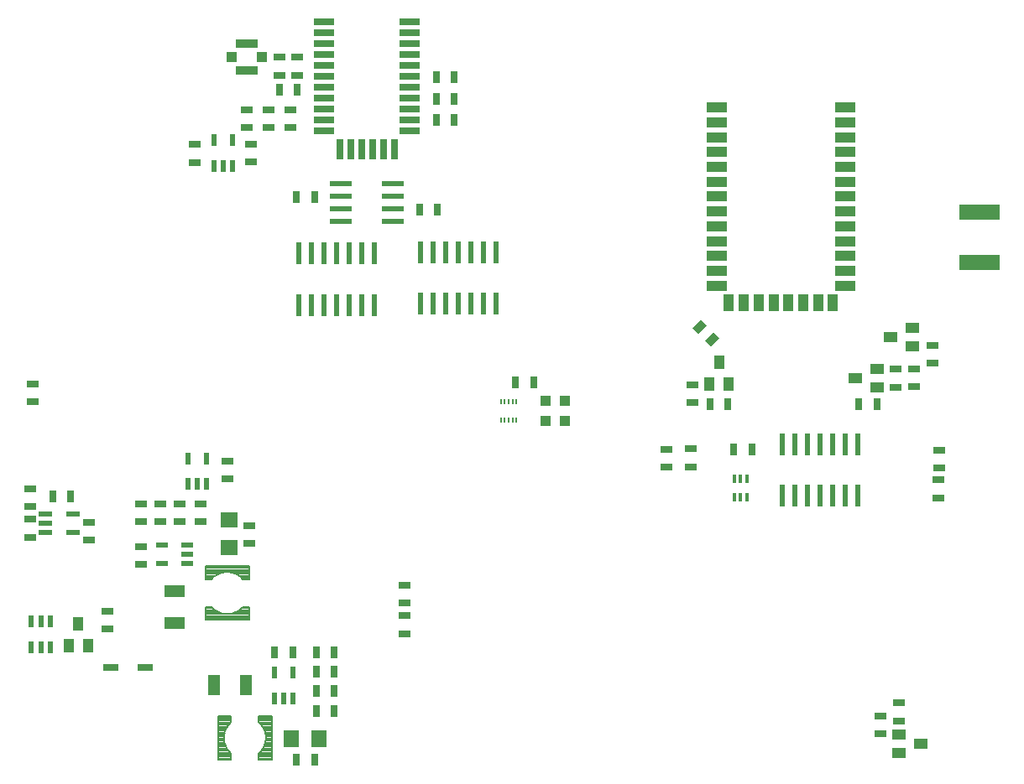
<source format=gtp>
G75*
%MOIN*%
%OFA0B0*%
%FSLAX25Y25*%
%IPPOS*%
%LPD*%
%AMOC8*
5,1,8,0,0,1.08239X$1,22.5*
%
%ADD10R,0.05200X0.02200*%
%ADD11R,0.04724X0.03150*%
%ADD12R,0.03150X0.04724*%
%ADD13R,0.02165X0.04724*%
%ADD14R,0.06299X0.03150*%
%ADD15R,0.03937X0.05512*%
%ADD16R,0.07874X0.02756*%
%ADD17R,0.02756X0.07874*%
%ADD18R,0.08700X0.02400*%
%ADD19R,0.08661X0.03346*%
%ADD20R,0.04134X0.03937*%
%ADD21R,0.02362X0.08661*%
%ADD22R,0.05512X0.03937*%
%ADD23R,0.01600X0.03300*%
%ADD24R,0.16000X0.06000*%
%ADD25R,0.07874X0.03937*%
%ADD26R,0.03937X0.07087*%
%ADD27R,0.03937X0.03937*%
%ADD28R,0.00886X0.02362*%
%ADD29R,0.04803X0.02441*%
%ADD30C,0.00800*%
%ADD31R,0.07874X0.04724*%
%ADD32R,0.07087X0.06299*%
%ADD33R,0.02441X0.04803*%
%ADD34R,0.04724X0.07874*%
%ADD35R,0.06299X0.07087*%
D10*
X0031699Y0132574D03*
X0031699Y0128874D03*
X0031699Y0125174D03*
X0042499Y0125174D03*
X0042499Y0132574D03*
D11*
X0025711Y0130288D03*
X0025711Y0123202D03*
X0048845Y0122129D03*
X0048845Y0129216D03*
X0025711Y0135258D03*
X0025711Y0142345D03*
X0056420Y0086656D03*
X0056420Y0093742D03*
X0111668Y0285993D03*
X0111668Y0293080D03*
X0113309Y0272266D03*
X0113309Y0279353D03*
X0124727Y0306912D03*
X0124727Y0313998D03*
X0131813Y0306912D03*
X0131813Y0313998D03*
X0129057Y0286046D03*
X0129057Y0293132D03*
X0120396Y0286046D03*
X0120396Y0293132D03*
X0091069Y0272180D03*
X0091069Y0279267D03*
X0369215Y0182896D03*
X0369215Y0189983D03*
X0288760Y0176788D03*
X0288760Y0183875D03*
X0386603Y0157870D03*
X0386603Y0150784D03*
X0287938Y0158263D03*
X0287938Y0151176D03*
X0278263Y0158112D03*
X0278263Y0151025D03*
X0386431Y0138855D03*
X0386431Y0145942D03*
X0383941Y0199370D03*
X0383941Y0192284D03*
X0376821Y0190025D03*
X0376821Y0182938D03*
X0174333Y0097069D03*
X0174333Y0104156D03*
X0174333Y0091951D03*
X0174333Y0084865D03*
X0370790Y0057306D03*
X0370790Y0050219D03*
X0363309Y0045101D03*
X0363309Y0052187D03*
X0026589Y0184120D03*
X0026589Y0177033D03*
X0069609Y0129353D03*
X0069609Y0136439D03*
X0084963Y0136439D03*
X0084963Y0129353D03*
X0112522Y0127778D03*
X0112522Y0120691D03*
X0069609Y0112424D03*
X0069609Y0119510D03*
X0093231Y0136439D03*
X0093231Y0129353D03*
X0077483Y0129353D03*
X0077483Y0136439D03*
X0103861Y0146282D03*
X0103861Y0153369D03*
D12*
X0034634Y0139487D03*
X0041720Y0139487D03*
X0124727Y0301006D03*
X0131813Y0301006D03*
X0194018Y0289195D03*
X0186931Y0289195D03*
X0194018Y0297463D03*
X0186931Y0297463D03*
X0194018Y0306124D03*
X0186931Y0306124D03*
X0187325Y0253369D03*
X0180239Y0253369D03*
X0131420Y0258487D03*
X0138506Y0258487D03*
X0354756Y0176071D03*
X0361842Y0176071D03*
X0295656Y0176041D03*
X0302742Y0176041D03*
X0312248Y0157943D03*
X0305161Y0157943D03*
G36*
X0297083Y0204760D02*
X0299310Y0202533D01*
X0295971Y0199194D01*
X0293744Y0201421D01*
X0297083Y0204760D01*
G37*
G36*
X0292072Y0209771D02*
X0294299Y0207544D01*
X0290960Y0204205D01*
X0288733Y0206432D01*
X0292072Y0209771D01*
G37*
X0225514Y0184865D03*
X0218428Y0184865D03*
X0139294Y0077384D03*
X0146380Y0077384D03*
X0146380Y0062030D03*
X0139294Y0062030D03*
X0138506Y0034865D03*
X0131420Y0034865D03*
X0122758Y0077384D03*
X0129845Y0077384D03*
X0146380Y0054156D03*
X0139294Y0054156D03*
X0139294Y0069904D03*
X0146380Y0069904D03*
D13*
X0033585Y0089589D03*
X0029845Y0089589D03*
X0026105Y0089589D03*
X0026105Y0079353D03*
X0029845Y0079353D03*
X0033585Y0079353D03*
X0098546Y0270691D03*
X0102286Y0270691D03*
X0106026Y0270691D03*
X0106026Y0280928D03*
X0098546Y0280928D03*
X0088309Y0144313D03*
X0092050Y0144313D03*
X0095790Y0144313D03*
X0095790Y0154550D03*
X0088309Y0154550D03*
D14*
X0057798Y0071479D03*
X0071183Y0071479D03*
D15*
X0044806Y0088802D03*
X0048546Y0080140D03*
X0041065Y0080140D03*
X0299175Y0192876D03*
X0302915Y0184215D03*
X0295435Y0184215D03*
D16*
X0142365Y0323585D03*
X0142365Y0327916D03*
X0142365Y0319254D03*
X0142365Y0314924D03*
X0142365Y0310593D03*
X0142365Y0306262D03*
X0142365Y0301931D03*
X0142365Y0297601D03*
X0142365Y0293270D03*
X0142365Y0288939D03*
X0142365Y0284609D03*
X0176380Y0284609D03*
X0176380Y0288939D03*
X0176380Y0297601D03*
X0176380Y0293270D03*
X0176380Y0301931D03*
X0176380Y0306262D03*
X0176380Y0310593D03*
X0176380Y0314924D03*
X0176380Y0319254D03*
X0176380Y0323585D03*
X0176380Y0327916D03*
D17*
X0148546Y0277522D03*
X0152876Y0277522D03*
X0157207Y0277522D03*
X0161538Y0277522D03*
X0165869Y0277522D03*
X0170199Y0277522D03*
D18*
X0169672Y0248624D03*
X0169672Y0253624D03*
X0169672Y0258624D03*
X0169672Y0263624D03*
X0149072Y0263624D03*
X0149072Y0258624D03*
X0149072Y0253624D03*
X0149072Y0248624D03*
D19*
X0111735Y0319412D03*
X0111735Y0308585D03*
D20*
X0117739Y0313998D03*
X0105731Y0313998D03*
D21*
X0205593Y0236439D03*
X0205593Y0215967D03*
X0210593Y0236439D03*
X0200593Y0236439D03*
X0195593Y0236439D03*
X0210593Y0215967D03*
X0200593Y0215967D03*
X0195593Y0215967D03*
X0185593Y0236439D03*
X0185593Y0215967D03*
X0190593Y0236439D03*
X0180593Y0236439D03*
X0190593Y0215967D03*
X0180593Y0215967D03*
X0157168Y0236046D03*
X0157168Y0215573D03*
X0162168Y0236046D03*
X0152168Y0236046D03*
X0147168Y0236046D03*
X0162168Y0215573D03*
X0152168Y0215573D03*
X0147168Y0215573D03*
X0137168Y0236046D03*
X0137168Y0215573D03*
X0142168Y0236046D03*
X0132168Y0236046D03*
X0142168Y0215573D03*
X0132168Y0215573D03*
X0349294Y0160061D03*
X0349294Y0139589D03*
X0354294Y0160061D03*
X0344294Y0160061D03*
X0339294Y0160061D03*
X0354294Y0139589D03*
X0344294Y0139589D03*
X0339294Y0139589D03*
X0329294Y0160061D03*
X0329294Y0139589D03*
X0334294Y0160061D03*
X0324294Y0160061D03*
X0334294Y0139589D03*
X0324294Y0139589D03*
D22*
X0353467Y0186439D03*
X0362128Y0190180D03*
X0362128Y0182699D03*
X0367468Y0202710D03*
X0376130Y0206450D03*
X0376130Y0198970D03*
X0379451Y0041164D03*
X0370790Y0037424D03*
X0370790Y0044904D03*
D23*
X0305192Y0139039D03*
X0307792Y0139039D03*
X0310392Y0139039D03*
X0310392Y0146339D03*
X0307792Y0146339D03*
X0305192Y0146339D03*
D24*
X0402680Y0232502D03*
X0402680Y0252502D03*
D25*
X0298230Y0294023D03*
X0298230Y0288118D03*
X0298230Y0282212D03*
X0298230Y0276307D03*
X0298230Y0270401D03*
X0298230Y0264496D03*
X0298230Y0258590D03*
X0298230Y0252685D03*
X0298230Y0246779D03*
X0298230Y0240874D03*
X0298230Y0234968D03*
X0298230Y0229063D03*
X0298230Y0223157D03*
X0349411Y0223157D03*
X0349411Y0229063D03*
X0349411Y0234968D03*
X0349411Y0240874D03*
X0349411Y0246779D03*
X0349411Y0252685D03*
X0349411Y0258590D03*
X0349411Y0264496D03*
X0349411Y0270401D03*
X0349411Y0276307D03*
X0349411Y0282212D03*
X0349411Y0288118D03*
X0349411Y0294023D03*
D26*
X0303152Y0216267D03*
X0309057Y0216267D03*
X0314963Y0216267D03*
X0320868Y0216267D03*
X0326774Y0216267D03*
X0332679Y0216267D03*
X0338585Y0216267D03*
X0344490Y0216267D03*
D27*
X0230239Y0177384D03*
X0230239Y0169510D03*
X0238113Y0169510D03*
X0238113Y0177384D03*
D28*
X0218821Y0176981D03*
X0217246Y0176981D03*
X0215672Y0176981D03*
X0214097Y0176981D03*
X0212522Y0176981D03*
X0212522Y0169914D03*
X0214097Y0169914D03*
X0215672Y0169914D03*
X0217246Y0169914D03*
X0218821Y0169914D03*
D29*
X0088152Y0112620D03*
X0088152Y0116361D03*
X0088152Y0120101D03*
X0077837Y0120101D03*
X0077837Y0112620D03*
D30*
X0112522Y0090376D02*
X0095199Y0090376D01*
X0095199Y0095494D01*
X0097561Y0095494D01*
X0098490Y0094594D01*
X0099546Y0093847D01*
X0100703Y0093271D01*
X0101936Y0092879D01*
X0103214Y0092680D01*
X0104507Y0092680D01*
X0105785Y0092879D01*
X0107018Y0093271D01*
X0108176Y0093847D01*
X0109231Y0094594D01*
X0110160Y0095494D01*
X0112522Y0095494D01*
X0112522Y0090376D01*
X0112522Y0091027D02*
X0095199Y0091027D01*
X0095199Y0091826D02*
X0112522Y0091826D01*
X0112522Y0092624D02*
X0095199Y0092624D01*
X0095199Y0093423D02*
X0100398Y0093423D01*
X0107323Y0093423D02*
X0112522Y0093423D01*
X0099017Y0094221D02*
X0095199Y0094221D01*
X0108704Y0094221D02*
X0112522Y0094221D01*
X0098051Y0095020D02*
X0095199Y0095020D01*
X0109670Y0095020D02*
X0112522Y0095020D01*
X0095199Y0111636D02*
X0112522Y0111636D01*
X0112522Y0106518D01*
X0110160Y0106518D01*
X0109231Y0107418D01*
X0108176Y0108166D01*
X0107018Y0108742D01*
X0105785Y0109134D01*
X0104507Y0109332D01*
X0103214Y0109332D01*
X0101936Y0109134D01*
X0100703Y0108742D01*
X0099546Y0108166D01*
X0098490Y0107418D01*
X0097561Y0106518D01*
X0095199Y0106518D01*
X0095199Y0111636D01*
X0095199Y0106997D02*
X0098056Y0106997D01*
X0109666Y0106997D02*
X0112522Y0106997D01*
X0099023Y0107796D02*
X0095199Y0107796D01*
X0108698Y0107796D02*
X0112522Y0107796D01*
X0100407Y0108594D02*
X0095199Y0108594D01*
X0107315Y0108594D02*
X0112522Y0108594D01*
X0112522Y0109393D02*
X0095199Y0109393D01*
X0095199Y0110191D02*
X0112522Y0110191D01*
X0112522Y0110990D02*
X0095199Y0110990D01*
X0100317Y0034865D02*
X0100317Y0052187D01*
X0105435Y0052187D01*
X0105435Y0049825D01*
X0104535Y0048897D01*
X0103788Y0047841D01*
X0103212Y0046683D01*
X0102819Y0045451D01*
X0102621Y0044173D01*
X0102621Y0042879D01*
X0102819Y0041601D01*
X0103212Y0040369D01*
X0103788Y0039211D01*
X0104535Y0038155D01*
X0105435Y0037227D01*
X0105435Y0034865D01*
X0100317Y0034865D01*
X0100317Y0035131D02*
X0105435Y0035131D01*
X0105435Y0035930D02*
X0100317Y0035930D01*
X0100317Y0036728D02*
X0105435Y0036728D01*
X0105145Y0037527D02*
X0100317Y0037527D01*
X0100317Y0038325D02*
X0104415Y0038325D01*
X0103850Y0039124D02*
X0100317Y0039124D01*
X0100317Y0039922D02*
X0103434Y0039922D01*
X0103100Y0040721D02*
X0100317Y0040721D01*
X0100317Y0041519D02*
X0102846Y0041519D01*
X0102708Y0042318D02*
X0100317Y0042318D01*
X0100317Y0043116D02*
X0102621Y0043116D01*
X0102621Y0043915D02*
X0100317Y0043915D01*
X0100317Y0044713D02*
X0102705Y0044713D01*
X0102839Y0045512D02*
X0100317Y0045512D01*
X0100317Y0046310D02*
X0103093Y0046310D01*
X0103423Y0047109D02*
X0100317Y0047109D01*
X0100317Y0047907D02*
X0103835Y0047907D01*
X0104400Y0048706D02*
X0100317Y0048706D01*
X0100317Y0049504D02*
X0105124Y0049504D01*
X0105435Y0050303D02*
X0100317Y0050303D01*
X0100317Y0051101D02*
X0105435Y0051101D01*
X0105435Y0051900D02*
X0100317Y0051900D01*
X0121577Y0052187D02*
X0121577Y0034865D01*
X0116459Y0034865D01*
X0116459Y0037227D01*
X0117359Y0038155D01*
X0118107Y0039211D01*
X0118683Y0040369D01*
X0119075Y0041601D01*
X0119273Y0042879D01*
X0119273Y0044173D01*
X0119075Y0045451D01*
X0118683Y0046683D01*
X0118107Y0047841D01*
X0117359Y0048897D01*
X0116459Y0049825D01*
X0116459Y0052187D01*
X0121577Y0052187D01*
X0121577Y0035131D02*
X0116459Y0035131D01*
X0116459Y0035930D02*
X0121577Y0035930D01*
X0121577Y0036728D02*
X0116459Y0036728D01*
X0116750Y0037527D02*
X0121577Y0037527D01*
X0121577Y0038325D02*
X0117480Y0038325D01*
X0118045Y0039124D02*
X0121577Y0039124D01*
X0121577Y0039922D02*
X0118461Y0039922D01*
X0118795Y0040721D02*
X0121577Y0040721D01*
X0121577Y0041519D02*
X0119049Y0041519D01*
X0119186Y0042318D02*
X0121577Y0042318D01*
X0121577Y0043116D02*
X0119273Y0043116D01*
X0119273Y0043915D02*
X0121577Y0043915D01*
X0121577Y0044713D02*
X0119189Y0044713D01*
X0119056Y0045512D02*
X0121577Y0045512D01*
X0121577Y0046310D02*
X0118802Y0046310D01*
X0118471Y0047109D02*
X0121577Y0047109D01*
X0121577Y0047907D02*
X0118060Y0047907D01*
X0117494Y0048706D02*
X0121577Y0048706D01*
X0121577Y0049504D02*
X0116770Y0049504D01*
X0116459Y0050303D02*
X0121577Y0050303D01*
X0121577Y0051101D02*
X0116459Y0051101D01*
X0116459Y0051900D02*
X0121577Y0051900D01*
D31*
X0082994Y0101794D03*
X0082994Y0089195D03*
D32*
X0104648Y0119117D03*
X0104648Y0130140D03*
D33*
X0122561Y0059235D03*
X0126302Y0059235D03*
X0130042Y0059235D03*
X0130042Y0069550D03*
X0122561Y0069550D03*
D34*
X0111341Y0064392D03*
X0098743Y0064392D03*
D35*
X0129451Y0043132D03*
X0140475Y0043132D03*
M02*

</source>
